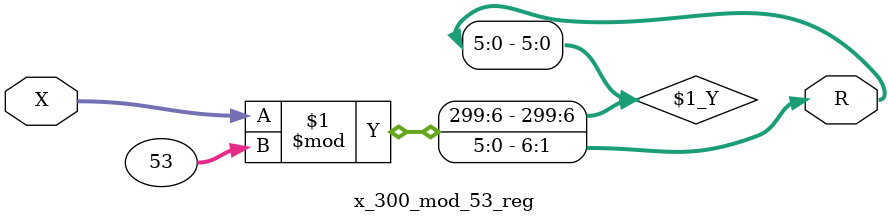
<source format=v>
module x_300_mod_53_reg(
    input [300:1] X,
    output [6:1] R
    );


assign R = X % 53;

endmodule

</source>
